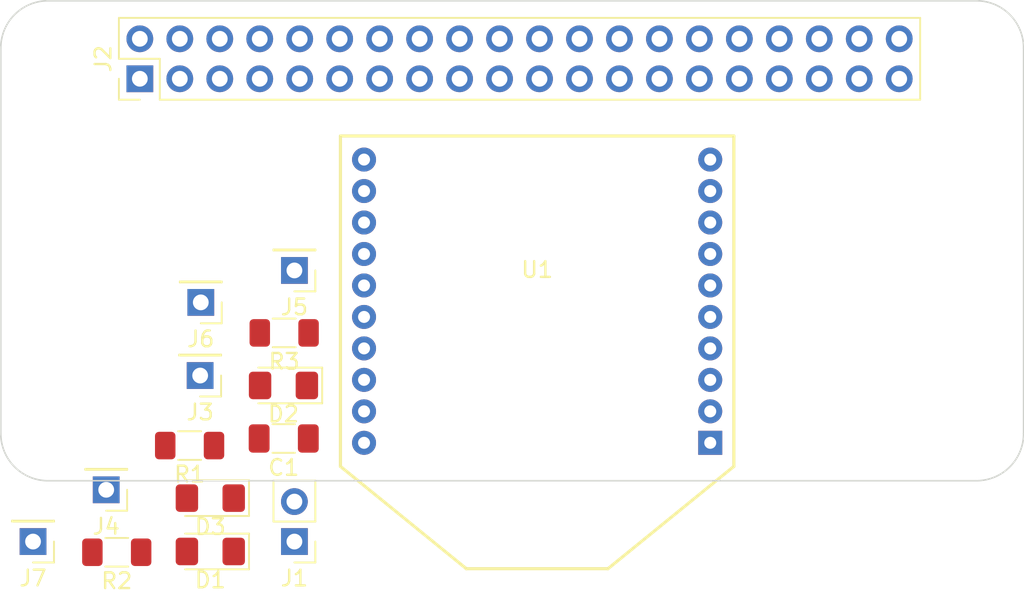
<source format=kicad_pcb>
(kicad_pcb (version 20171130) (host pcbnew 5.1.5+dfsg1-2build2)

  (general
    (thickness 1.6)
    (drawings 17)
    (tracks 0)
    (zones 0)
    (modules 19)
    (nets 17)
  )

  (page A4)
  (layers
    (0 F.Cu signal)
    (31 B.Cu signal)
    (34 B.Paste user)
    (35 F.Paste user)
    (36 B.SilkS user)
    (37 F.SilkS user)
    (38 B.Mask user)
    (39 F.Mask user)
    (40 Dwgs.User user hide)
    (41 Cmts.User user hide)
    (44 Edge.Cuts user)
    (48 B.Fab user hide)
    (49 F.Fab user hide)
  )

  (setup
    (last_trace_width 0.25)
    (user_trace_width 0.01)
    (user_trace_width 0.02)
    (user_trace_width 0.05)
    (user_trace_width 0.1)
    (user_trace_width 0.2)
    (trace_clearance 0.2)
    (zone_clearance 0.508)
    (zone_45_only no)
    (trace_min 0.01)
    (via_size 0.6)
    (via_drill 0.4)
    (via_min_size 0.4)
    (via_min_drill 0.3)
    (uvia_size 0.3)
    (uvia_drill 0.1)
    (uvias_allowed no)
    (uvia_min_size 0.2)
    (uvia_min_drill 0.1)
    (edge_width 0.1)
    (segment_width 0.2)
    (pcb_text_width 0.3)
    (pcb_text_size 1.5 1.5)
    (mod_edge_width 0.15)
    (mod_text_size 1 1)
    (mod_text_width 0.15)
    (pad_size 2.75 2.75)
    (pad_drill 2.75)
    (pad_to_mask_clearance 0)
    (aux_axis_origin 0 0)
    (visible_elements 7FFFFFFF)
    (pcbplotparams
      (layerselection 0x01330_80000001)
      (usegerberextensions false)
      (usegerberattributes false)
      (usegerberadvancedattributes false)
      (creategerberjobfile false)
      (excludeedgelayer true)
      (linewidth 0.100000)
      (plotframeref false)
      (viasonmask false)
      (mode 1)
      (useauxorigin false)
      (hpglpennumber 1)
      (hpglpenspeed 20)
      (hpglpendiameter 15.000000)
      (psnegative false)
      (psa4output false)
      (plotreference true)
      (plotvalue true)
      (plotinvisibletext false)
      (padsonsilk false)
      (subtractmaskfromsilk false)
      (outputformat 4)
      (mirror false)
      (drillshape 2)
      (scaleselection 1)
      (outputdirectory "meta/"))
  )

  (net 0 "")
  (net 1 "Net-(J2-Pad29)")
  (net 2 "Net-(J2-Pad31)")
  (net 3 "Net-(J2-Pad33)")
  (net 4 GND)
  (net 5 "Net-(C1-Pad1)")
  (net 6 "Net-(D1-Pad2)")
  (net 7 "Net-(D2-Pad2)")
  (net 8 "Net-(D3-Pad2)")
  (net 9 VDD)
  (net 10 /~SLEEP)
  (net 11 /SLEEP_REQ)
  (net 12 /RSSI_PWM)
  (net 13 /ASSOCIATE)
  (net 14 /~RESET)
  (net 15 /DOUT)
  (net 16 /DIN)

  (net_class Default "This is the default net class."
    (clearance 0.2)
    (trace_width 0.25)
    (via_dia 0.6)
    (via_drill 0.4)
    (uvia_dia 0.3)
    (uvia_drill 0.1)
    (add_net /ASSOCIATE)
    (add_net /DIN)
    (add_net /DOUT)
    (add_net /RSSI_PWM)
    (add_net /SLEEP_REQ)
    (add_net /~RESET)
    (add_net /~SLEEP)
    (add_net GND)
    (add_net "Net-(C1-Pad1)")
    (add_net "Net-(D1-Pad2)")
    (add_net "Net-(D2-Pad2)")
    (add_net "Net-(D3-Pad2)")
    (add_net "Net-(J2-Pad17)")
    (add_net "Net-(J2-Pad18)")
    (add_net "Net-(J2-Pad19)")
    (add_net "Net-(J2-Pad2)")
    (add_net "Net-(J2-Pad21)")
    (add_net "Net-(J2-Pad22)")
    (add_net "Net-(J2-Pad23)")
    (add_net "Net-(J2-Pad24)")
    (add_net "Net-(J2-Pad26)")
    (add_net "Net-(J2-Pad27)")
    (add_net "Net-(J2-Pad28)")
    (add_net "Net-(J2-Pad29)")
    (add_net "Net-(J2-Pad3)")
    (add_net "Net-(J2-Pad31)")
    (add_net "Net-(J2-Pad32)")
    (add_net "Net-(J2-Pad33)")
    (add_net "Net-(J2-Pad35)")
    (add_net "Net-(J2-Pad36)")
    (add_net "Net-(J2-Pad37)")
    (add_net "Net-(J2-Pad38)")
    (add_net "Net-(J2-Pad4)")
    (add_net "Net-(J2-Pad5)")
    (add_net "Net-(J2-Pad7)")
    (add_net "Net-(U1-Pad11)")
    (add_net "Net-(U1-Pad12)")
    (add_net "Net-(U1-Pad14)")
    (add_net "Net-(U1-Pad16)")
    (add_net "Net-(U1-Pad4)")
    (add_net "Net-(U1-Pad7)")
    (add_net "Net-(U1-Pad8)")
    (add_net VDD)
  )

  (module Connector_PinHeader_2.54mm:PinHeader_2x20_P2.54mm_Vertical (layer F.Cu) (tedit 59FED5CC) (tstamp 61B33FB4)
    (at 21.336 28.956 90)
    (descr "Through hole straight pin header, 2x20, 2.54mm pitch, double rows")
    (tags "Through hole pin header THT 2x20 2.54mm double row")
    (path /5516AE26)
    (fp_text reference J2 (at 1.27 -2.33 90) (layer F.SilkS)
      (effects (font (size 1 1) (thickness 0.15)))
    )
    (fp_text value RPi_GPIO (at 1.27 50.59 90) (layer F.Fab)
      (effects (font (size 1 1) (thickness 0.15)))
    )
    (fp_text user %R (at 1.27 24.13) (layer F.Fab)
      (effects (font (size 1 1) (thickness 0.15)))
    )
    (fp_line (start 4.35 -1.8) (end -1.8 -1.8) (layer F.CrtYd) (width 0.05))
    (fp_line (start 4.35 50.05) (end 4.35 -1.8) (layer F.CrtYd) (width 0.05))
    (fp_line (start -1.8 50.05) (end 4.35 50.05) (layer F.CrtYd) (width 0.05))
    (fp_line (start -1.8 -1.8) (end -1.8 50.05) (layer F.CrtYd) (width 0.05))
    (fp_line (start -1.33 -1.33) (end 0 -1.33) (layer F.SilkS) (width 0.12))
    (fp_line (start -1.33 0) (end -1.33 -1.33) (layer F.SilkS) (width 0.12))
    (fp_line (start 1.27 -1.33) (end 3.87 -1.33) (layer F.SilkS) (width 0.12))
    (fp_line (start 1.27 1.27) (end 1.27 -1.33) (layer F.SilkS) (width 0.12))
    (fp_line (start -1.33 1.27) (end 1.27 1.27) (layer F.SilkS) (width 0.12))
    (fp_line (start 3.87 -1.33) (end 3.87 49.59) (layer F.SilkS) (width 0.12))
    (fp_line (start -1.33 1.27) (end -1.33 49.59) (layer F.SilkS) (width 0.12))
    (fp_line (start -1.33 49.59) (end 3.87 49.59) (layer F.SilkS) (width 0.12))
    (fp_line (start -1.27 0) (end 0 -1.27) (layer F.Fab) (width 0.1))
    (fp_line (start -1.27 49.53) (end -1.27 0) (layer F.Fab) (width 0.1))
    (fp_line (start 3.81 49.53) (end -1.27 49.53) (layer F.Fab) (width 0.1))
    (fp_line (start 3.81 -1.27) (end 3.81 49.53) (layer F.Fab) (width 0.1))
    (fp_line (start 0 -1.27) (end 3.81 -1.27) (layer F.Fab) (width 0.1))
    (pad 40 thru_hole oval (at 2.54 48.26 90) (size 1.7 1.7) (drill 1) (layers *.Cu *.Mask)
      (net 4 GND))
    (pad 39 thru_hole oval (at 0 48.26 90) (size 1.7 1.7) (drill 1) (layers *.Cu *.Mask)
      (net 4 GND))
    (pad 38 thru_hole oval (at 2.54 45.72 90) (size 1.7 1.7) (drill 1) (layers *.Cu *.Mask))
    (pad 37 thru_hole oval (at 0 45.72 90) (size 1.7 1.7) (drill 1) (layers *.Cu *.Mask))
    (pad 36 thru_hole oval (at 2.54 43.18 90) (size 1.7 1.7) (drill 1) (layers *.Cu *.Mask))
    (pad 35 thru_hole oval (at 0 43.18 90) (size 1.7 1.7) (drill 1) (layers *.Cu *.Mask))
    (pad 34 thru_hole oval (at 2.54 40.64 90) (size 1.7 1.7) (drill 1) (layers *.Cu *.Mask)
      (net 4 GND))
    (pad 33 thru_hole oval (at 0 40.64 90) (size 1.7 1.7) (drill 1) (layers *.Cu *.Mask)
      (net 3 "Net-(J2-Pad33)"))
    (pad 32 thru_hole oval (at 2.54 38.1 90) (size 1.7 1.7) (drill 1) (layers *.Cu *.Mask))
    (pad 31 thru_hole oval (at 0 38.1 90) (size 1.7 1.7) (drill 1) (layers *.Cu *.Mask)
      (net 2 "Net-(J2-Pad31)"))
    (pad 30 thru_hole oval (at 2.54 35.56 90) (size 1.7 1.7) (drill 1) (layers *.Cu *.Mask)
      (net 4 GND))
    (pad 29 thru_hole oval (at 0 35.56 90) (size 1.7 1.7) (drill 1) (layers *.Cu *.Mask)
      (net 1 "Net-(J2-Pad29)"))
    (pad 28 thru_hole oval (at 2.54 33.02 90) (size 1.7 1.7) (drill 1) (layers *.Cu *.Mask))
    (pad 27 thru_hole oval (at 0 33.02 90) (size 1.7 1.7) (drill 1) (layers *.Cu *.Mask))
    (pad 26 thru_hole oval (at 2.54 30.48 90) (size 1.7 1.7) (drill 1) (layers *.Cu *.Mask))
    (pad 25 thru_hole oval (at 0 30.48 90) (size 1.7 1.7) (drill 1) (layers *.Cu *.Mask)
      (net 4 GND))
    (pad 24 thru_hole oval (at 2.54 27.94 90) (size 1.7 1.7) (drill 1) (layers *.Cu *.Mask))
    (pad 23 thru_hole oval (at 0 27.94 90) (size 1.7 1.7) (drill 1) (layers *.Cu *.Mask))
    (pad 22 thru_hole oval (at 2.54 25.4 90) (size 1.7 1.7) (drill 1) (layers *.Cu *.Mask))
    (pad 21 thru_hole oval (at 0 25.4 90) (size 1.7 1.7) (drill 1) (layers *.Cu *.Mask))
    (pad 20 thru_hole oval (at 2.54 22.86 90) (size 1.7 1.7) (drill 1) (layers *.Cu *.Mask)
      (net 4 GND))
    (pad 19 thru_hole oval (at 0 22.86 90) (size 1.7 1.7) (drill 1) (layers *.Cu *.Mask))
    (pad 18 thru_hole oval (at 2.54 20.32 90) (size 1.7 1.7) (drill 1) (layers *.Cu *.Mask))
    (pad 17 thru_hole oval (at 0 20.32 90) (size 1.7 1.7) (drill 1) (layers *.Cu *.Mask))
    (pad 16 thru_hole oval (at 2.54 17.78 90) (size 1.7 1.7) (drill 1) (layers *.Cu *.Mask)
      (net 13 /ASSOCIATE))
    (pad 15 thru_hole oval (at 0 17.78 90) (size 1.7 1.7) (drill 1) (layers *.Cu *.Mask)
      (net 14 /~RESET))
    (pad 14 thru_hole oval (at 2.54 15.24 90) (size 1.7 1.7) (drill 1) (layers *.Cu *.Mask)
      (net 4 GND))
    (pad 13 thru_hole oval (at 0 15.24 90) (size 1.7 1.7) (drill 1) (layers *.Cu *.Mask)
      (net 10 /~SLEEP))
    (pad 12 thru_hole oval (at 2.54 12.7 90) (size 1.7 1.7) (drill 1) (layers *.Cu *.Mask)
      (net 12 /RSSI_PWM))
    (pad 11 thru_hole oval (at 0 12.7 90) (size 1.7 1.7) (drill 1) (layers *.Cu *.Mask)
      (net 11 /SLEEP_REQ))
    (pad 10 thru_hole oval (at 2.54 10.16 90) (size 1.7 1.7) (drill 1) (layers *.Cu *.Mask)
      (net 15 /DOUT))
    (pad 9 thru_hole oval (at 0 10.16 90) (size 1.7 1.7) (drill 1) (layers *.Cu *.Mask)
      (net 4 GND))
    (pad 8 thru_hole oval (at 2.54 7.62 90) (size 1.7 1.7) (drill 1) (layers *.Cu *.Mask)
      (net 16 /DIN))
    (pad 7 thru_hole oval (at 0 7.62 90) (size 1.7 1.7) (drill 1) (layers *.Cu *.Mask))
    (pad 6 thru_hole oval (at 2.54 5.08 90) (size 1.7 1.7) (drill 1) (layers *.Cu *.Mask)
      (net 4 GND))
    (pad 5 thru_hole oval (at 0 5.08 90) (size 1.7 1.7) (drill 1) (layers *.Cu *.Mask))
    (pad 4 thru_hole oval (at 2.54 2.54 90) (size 1.7 1.7) (drill 1) (layers *.Cu *.Mask))
    (pad 3 thru_hole oval (at 0 2.54 90) (size 1.7 1.7) (drill 1) (layers *.Cu *.Mask))
    (pad 2 thru_hole oval (at 2.54 0 90) (size 1.7 1.7) (drill 1) (layers *.Cu *.Mask))
    (pad 1 thru_hole rect (at 0 0 90) (size 1.7 1.7) (drill 1) (layers *.Cu *.Mask)
      (net 9 VDD))
    (model ${KISYS3DMOD}/Connector_PinHeader_2.54mm.3dshapes/PinHeader_2x20_P2.54mm_Vertical.wrl
      (at (xyz 0 0 0))
      (scale (xyz 1 1 1))
      (rotate (xyz 0 0 0))
    )
  )

  (module Insa:Xbee3 (layer F.Cu) (tedit 5D67DB32) (tstamp 61B33492)
    (at 46.585 46.091 180)
    (path /61B342D4)
    (fp_text reference U1 (at 0 5) (layer F.SilkS)
      (effects (font (size 1 1) (thickness 0.15)))
    )
    (fp_text value XBee3 (at 0 6.5) (layer F.Fab)
      (effects (font (size 1 1) (thickness 0.15)))
    )
    (fp_line (start -12.5 -7.5) (end -4.5 -14) (layer F.CrtYd) (width 0.2))
    (fp_line (start -12.5 13.5) (end -12.5 -7.5) (layer F.CrtYd) (width 0.2))
    (fp_line (start 12.5 13.5) (end -12.5 13.5) (layer F.CrtYd) (width 0.2))
    (fp_line (start 12.5 -7.5) (end 12.5 13.5) (layer F.CrtYd) (width 0.2))
    (fp_line (start 4.5 -14) (end 12.5 -7.5) (layer F.CrtYd) (width 0.2))
    (fp_line (start -4.5 -14) (end 4.5 -14) (layer F.CrtYd) (width 0.2))
    (fp_line (start -12.5 -7.5) (end -4.5 -14) (layer F.SilkS) (width 0.2))
    (fp_line (start 4.5 -14) (end 12.5 -7.5) (layer F.SilkS) (width 0.2))
    (fp_line (start -4.5 -14) (end 4.5 -14) (layer F.SilkS) (width 0.2))
    (fp_line (start -12.5 13.5) (end -12.5 -7.5) (layer F.SilkS) (width 0.2))
    (fp_line (start 12.5 13.5) (end 12.5 -7.5) (layer F.SilkS) (width 0.2))
    (fp_line (start -12.5 13.5) (end 12.5 13.5) (layer F.SilkS) (width 0.2))
    (pad 10 thru_hole circle (at -11 12 180) (size 1.524 1.524) (drill 0.762) (layers *.Cu *.Mask)
      (net 4 GND))
    (pad 9 thru_hole circle (at -11 10 180) (size 1.524 1.524) (drill 0.762) (layers *.Cu *.Mask)
      (net 11 /SLEEP_REQ))
    (pad 8 thru_hole circle (at -11 8 180) (size 1.524 1.524) (drill 0.762) (layers *.Cu *.Mask))
    (pad 7 thru_hole circle (at -11 6 180) (size 1.524 1.524) (drill 0.762) (layers *.Cu *.Mask))
    (pad 6 thru_hole circle (at -11 4 180) (size 1.524 1.524) (drill 0.762) (layers *.Cu *.Mask)
      (net 12 /RSSI_PWM))
    (pad 5 thru_hole circle (at -11 2 180) (size 1.524 1.524) (drill 0.762) (layers *.Cu *.Mask)
      (net 14 /~RESET))
    (pad 11 thru_hole circle (at 11 12 180) (size 1.524 1.524) (drill 0.762) (layers *.Cu *.Mask))
    (pad 12 thru_hole circle (at 11 10 180) (size 1.524 1.524) (drill 0.762) (layers *.Cu *.Mask))
    (pad 13 thru_hole circle (at 11 8 180) (size 1.524 1.524) (drill 0.762) (layers *.Cu *.Mask)
      (net 10 /~SLEEP))
    (pad 14 thru_hole circle (at 11 6 180) (size 1.524 1.524) (drill 0.762) (layers *.Cu *.Mask))
    (pad 15 thru_hole circle (at 11 4 180) (size 1.524 1.524) (drill 0.762) (layers *.Cu *.Mask)
      (net 13 /ASSOCIATE))
    (pad 16 thru_hole circle (at 11 2 180) (size 1.524 1.524) (drill 0.762) (layers *.Cu *.Mask))
    (pad 20 thru_hole circle (at 11 -6 180) (size 1.524 1.524) (drill 0.762) (layers *.Cu *.Mask)
      (net 4 GND))
    (pad 19 thru_hole circle (at 11 -4 180) (size 1.524 1.524) (drill 0.762) (layers *.Cu *.Mask)
      (net 4 GND))
    (pad 18 thru_hole circle (at 11 -2 180) (size 1.524 1.524) (drill 0.762) (layers *.Cu *.Mask)
      (net 4 GND))
    (pad 1 thru_hole rect (at -11 -6 180) (size 1.524 1.524) (drill 0.762) (layers *.Cu *.Mask)
      (net 5 "Net-(C1-Pad1)"))
    (pad 2 thru_hole circle (at -11 -4 180) (size 1.524 1.524) (drill 0.762) (layers *.Cu *.Mask)
      (net 15 /DOUT))
    (pad 3 thru_hole circle (at -11 -2 180) (size 1.524 1.524) (drill 0.762) (layers *.Cu *.Mask)
      (net 16 /DIN))
    (pad 17 thru_hole circle (at 11 0 180) (size 1.524 1.524) (drill 0.762) (layers *.Cu *.Mask)
      (net 4 GND))
    (pad 4 thru_hole circle (at -11 0 180) (size 1.524 1.524) (drill 0.762) (layers *.Cu *.Mask))
  )

  (module Resistor_SMD:R_1206_3216Metric_Pad1.30x1.75mm_HandSolder (layer F.Cu) (tedit 5F68FEEE) (tstamp 61B3346E)
    (at 30.51 45.106 180)
    (descr "Resistor SMD 1206 (3216 Metric), square (rectangular) end terminal, IPC_7351 nominal with elongated pad for handsoldering. (Body size source: IPC-SM-782 page 72, https://www.pcb-3d.com/wordpress/wp-content/uploads/ipc-sm-782a_amendment_1_and_2.pdf), generated with kicad-footprint-generator")
    (tags "resistor handsolder")
    (path /61B7CD3C)
    (attr smd)
    (fp_text reference R3 (at 0 -1.82) (layer F.SilkS)
      (effects (font (size 1 1) (thickness 0.15)))
    )
    (fp_text value R (at 0 1.82) (layer F.Fab)
      (effects (font (size 1 1) (thickness 0.15)))
    )
    (fp_text user %R (at 0 0) (layer F.Fab)
      (effects (font (size 0.8 0.8) (thickness 0.12)))
    )
    (fp_line (start 2.45 1.12) (end -2.45 1.12) (layer F.CrtYd) (width 0.05))
    (fp_line (start 2.45 -1.12) (end 2.45 1.12) (layer F.CrtYd) (width 0.05))
    (fp_line (start -2.45 -1.12) (end 2.45 -1.12) (layer F.CrtYd) (width 0.05))
    (fp_line (start -2.45 1.12) (end -2.45 -1.12) (layer F.CrtYd) (width 0.05))
    (fp_line (start -0.727064 0.91) (end 0.727064 0.91) (layer F.SilkS) (width 0.12))
    (fp_line (start -0.727064 -0.91) (end 0.727064 -0.91) (layer F.SilkS) (width 0.12))
    (fp_line (start 1.6 0.8) (end -1.6 0.8) (layer F.Fab) (width 0.1))
    (fp_line (start 1.6 -0.8) (end 1.6 0.8) (layer F.Fab) (width 0.1))
    (fp_line (start -1.6 -0.8) (end 1.6 -0.8) (layer F.Fab) (width 0.1))
    (fp_line (start -1.6 0.8) (end -1.6 -0.8) (layer F.Fab) (width 0.1))
    (pad 2 smd roundrect (at 1.55 0 180) (size 1.3 1.75) (layers F.Cu F.Paste F.Mask) (roundrect_rratio 0.192308)
      (net 8 "Net-(D3-Pad2)"))
    (pad 1 smd roundrect (at -1.55 0 180) (size 1.3 1.75) (layers F.Cu F.Paste F.Mask) (roundrect_rratio 0.192308)
      (net 3 "Net-(J2-Pad33)"))
    (model ${KISYS3DMOD}/Resistor_SMD.3dshapes/R_1206_3216Metric.wrl
      (at (xyz 0 0 0))
      (scale (xyz 1 1 1))
      (rotate (xyz 0 0 0))
    )
  )

  (module Resistor_SMD:R_1206_3216Metric_Pad1.30x1.75mm_HandSolder (layer F.Cu) (tedit 5F68FEEE) (tstamp 61B3345D)
    (at 19.87 59.046 180)
    (descr "Resistor SMD 1206 (3216 Metric), square (rectangular) end terminal, IPC_7351 nominal with elongated pad for handsoldering. (Body size source: IPC-SM-782 page 72, https://www.pcb-3d.com/wordpress/wp-content/uploads/ipc-sm-782a_amendment_1_and_2.pdf), generated with kicad-footprint-generator")
    (tags "resistor handsolder")
    (path /61B7BE20)
    (attr smd)
    (fp_text reference R2 (at 0 -1.82) (layer F.SilkS)
      (effects (font (size 1 1) (thickness 0.15)))
    )
    (fp_text value R (at 0 1.82) (layer F.Fab)
      (effects (font (size 1 1) (thickness 0.15)))
    )
    (fp_text user %R (at 0 0) (layer F.Fab)
      (effects (font (size 0.8 0.8) (thickness 0.12)))
    )
    (fp_line (start 2.45 1.12) (end -2.45 1.12) (layer F.CrtYd) (width 0.05))
    (fp_line (start 2.45 -1.12) (end 2.45 1.12) (layer F.CrtYd) (width 0.05))
    (fp_line (start -2.45 -1.12) (end 2.45 -1.12) (layer F.CrtYd) (width 0.05))
    (fp_line (start -2.45 1.12) (end -2.45 -1.12) (layer F.CrtYd) (width 0.05))
    (fp_line (start -0.727064 0.91) (end 0.727064 0.91) (layer F.SilkS) (width 0.12))
    (fp_line (start -0.727064 -0.91) (end 0.727064 -0.91) (layer F.SilkS) (width 0.12))
    (fp_line (start 1.6 0.8) (end -1.6 0.8) (layer F.Fab) (width 0.1))
    (fp_line (start 1.6 -0.8) (end 1.6 0.8) (layer F.Fab) (width 0.1))
    (fp_line (start -1.6 -0.8) (end 1.6 -0.8) (layer F.Fab) (width 0.1))
    (fp_line (start -1.6 0.8) (end -1.6 -0.8) (layer F.Fab) (width 0.1))
    (pad 2 smd roundrect (at 1.55 0 180) (size 1.3 1.75) (layers F.Cu F.Paste F.Mask) (roundrect_rratio 0.192308)
      (net 7 "Net-(D2-Pad2)"))
    (pad 1 smd roundrect (at -1.55 0 180) (size 1.3 1.75) (layers F.Cu F.Paste F.Mask) (roundrect_rratio 0.192308)
      (net 2 "Net-(J2-Pad31)"))
    (model ${KISYS3DMOD}/Resistor_SMD.3dshapes/R_1206_3216Metric.wrl
      (at (xyz 0 0 0))
      (scale (xyz 1 1 1))
      (rotate (xyz 0 0 0))
    )
  )

  (module Resistor_SMD:R_1206_3216Metric_Pad1.30x1.75mm_HandSolder (layer F.Cu) (tedit 5F68FEEE) (tstamp 61B3344C)
    (at 24.5 52.266 180)
    (descr "Resistor SMD 1206 (3216 Metric), square (rectangular) end terminal, IPC_7351 nominal with elongated pad for handsoldering. (Body size source: IPC-SM-782 page 72, https://www.pcb-3d.com/wordpress/wp-content/uploads/ipc-sm-782a_amendment_1_and_2.pdf), generated with kicad-footprint-generator")
    (tags "resistor handsolder")
    (path /61B53DEB)
    (attr smd)
    (fp_text reference R1 (at 0 -1.82) (layer F.SilkS)
      (effects (font (size 1 1) (thickness 0.15)))
    )
    (fp_text value R (at 0 1.82) (layer F.Fab)
      (effects (font (size 1 1) (thickness 0.15)))
    )
    (fp_text user %R (at 0 0) (layer F.Fab)
      (effects (font (size 0.8 0.8) (thickness 0.12)))
    )
    (fp_line (start 2.45 1.12) (end -2.45 1.12) (layer F.CrtYd) (width 0.05))
    (fp_line (start 2.45 -1.12) (end 2.45 1.12) (layer F.CrtYd) (width 0.05))
    (fp_line (start -2.45 -1.12) (end 2.45 -1.12) (layer F.CrtYd) (width 0.05))
    (fp_line (start -2.45 1.12) (end -2.45 -1.12) (layer F.CrtYd) (width 0.05))
    (fp_line (start -0.727064 0.91) (end 0.727064 0.91) (layer F.SilkS) (width 0.12))
    (fp_line (start -0.727064 -0.91) (end 0.727064 -0.91) (layer F.SilkS) (width 0.12))
    (fp_line (start 1.6 0.8) (end -1.6 0.8) (layer F.Fab) (width 0.1))
    (fp_line (start 1.6 -0.8) (end 1.6 0.8) (layer F.Fab) (width 0.1))
    (fp_line (start -1.6 -0.8) (end 1.6 -0.8) (layer F.Fab) (width 0.1))
    (fp_line (start -1.6 0.8) (end -1.6 -0.8) (layer F.Fab) (width 0.1))
    (pad 2 smd roundrect (at 1.55 0 180) (size 1.3 1.75) (layers F.Cu F.Paste F.Mask) (roundrect_rratio 0.192308)
      (net 6 "Net-(D1-Pad2)"))
    (pad 1 smd roundrect (at -1.55 0 180) (size 1.3 1.75) (layers F.Cu F.Paste F.Mask) (roundrect_rratio 0.192308)
      (net 1 "Net-(J2-Pad29)"))
    (model ${KISYS3DMOD}/Resistor_SMD.3dshapes/R_1206_3216Metric.wrl
      (at (xyz 0 0 0))
      (scale (xyz 1 1 1))
      (rotate (xyz 0 0 0))
    )
  )

  (module Connector_PinHeader_2.54mm:PinHeader_1x01_P2.54mm_Vertical (layer F.Cu) (tedit 59FED5CC) (tstamp 61B3343B)
    (at 14.55 58.366 180)
    (descr "Through hole straight pin header, 1x01, 2.54mm pitch, single row")
    (tags "Through hole pin header THT 1x01 2.54mm single row")
    (path /61B9D437)
    (fp_text reference J7 (at 0 -2.33) (layer F.SilkS)
      (effects (font (size 1 1) (thickness 0.15)))
    )
    (fp_text value Conn_01x01 (at 0 2.33) (layer F.Fab)
      (effects (font (size 1 1) (thickness 0.15)))
    )
    (fp_text user %R (at 0 0 90) (layer F.Fab)
      (effects (font (size 1 1) (thickness 0.15)))
    )
    (fp_line (start 1.8 -1.8) (end -1.8 -1.8) (layer F.CrtYd) (width 0.05))
    (fp_line (start 1.8 1.8) (end 1.8 -1.8) (layer F.CrtYd) (width 0.05))
    (fp_line (start -1.8 1.8) (end 1.8 1.8) (layer F.CrtYd) (width 0.05))
    (fp_line (start -1.8 -1.8) (end -1.8 1.8) (layer F.CrtYd) (width 0.05))
    (fp_line (start -1.33 -1.33) (end 0 -1.33) (layer F.SilkS) (width 0.12))
    (fp_line (start -1.33 0) (end -1.33 -1.33) (layer F.SilkS) (width 0.12))
    (fp_line (start -1.33 1.27) (end 1.33 1.27) (layer F.SilkS) (width 0.12))
    (fp_line (start 1.33 1.27) (end 1.33 1.33) (layer F.SilkS) (width 0.12))
    (fp_line (start -1.33 1.27) (end -1.33 1.33) (layer F.SilkS) (width 0.12))
    (fp_line (start -1.33 1.33) (end 1.33 1.33) (layer F.SilkS) (width 0.12))
    (fp_line (start -1.27 -0.635) (end -0.635 -1.27) (layer F.Fab) (width 0.1))
    (fp_line (start -1.27 1.27) (end -1.27 -0.635) (layer F.Fab) (width 0.1))
    (fp_line (start 1.27 1.27) (end -1.27 1.27) (layer F.Fab) (width 0.1))
    (fp_line (start 1.27 -1.27) (end 1.27 1.27) (layer F.Fab) (width 0.1))
    (fp_line (start -0.635 -1.27) (end 1.27 -1.27) (layer F.Fab) (width 0.1))
    (pad 1 thru_hole rect (at 0 0 180) (size 1.7 1.7) (drill 1) (layers *.Cu *.Mask)
      (net 14 /~RESET))
    (model ${KISYS3DMOD}/Connector_PinHeader_2.54mm.3dshapes/PinHeader_1x01_P2.54mm_Vertical.wrl
      (at (xyz 0 0 0))
      (scale (xyz 1 1 1))
      (rotate (xyz 0 0 0))
    )
  )

  (module Connector_PinHeader_2.54mm:PinHeader_1x01_P2.54mm_Vertical (layer F.Cu) (tedit 59FED5CC) (tstamp 61B33426)
    (at 25.21 43.166 180)
    (descr "Through hole straight pin header, 1x01, 2.54mm pitch, single row")
    (tags "Through hole pin header THT 1x01 2.54mm single row")
    (path /61B9BE07)
    (fp_text reference J6 (at 0 -2.33) (layer F.SilkS)
      (effects (font (size 1 1) (thickness 0.15)))
    )
    (fp_text value Conn_01x01 (at 0 2.33) (layer F.Fab)
      (effects (font (size 1 1) (thickness 0.15)))
    )
    (fp_text user %R (at 0 0 90) (layer F.Fab)
      (effects (font (size 1 1) (thickness 0.15)))
    )
    (fp_line (start 1.8 -1.8) (end -1.8 -1.8) (layer F.CrtYd) (width 0.05))
    (fp_line (start 1.8 1.8) (end 1.8 -1.8) (layer F.CrtYd) (width 0.05))
    (fp_line (start -1.8 1.8) (end 1.8 1.8) (layer F.CrtYd) (width 0.05))
    (fp_line (start -1.8 -1.8) (end -1.8 1.8) (layer F.CrtYd) (width 0.05))
    (fp_line (start -1.33 -1.33) (end 0 -1.33) (layer F.SilkS) (width 0.12))
    (fp_line (start -1.33 0) (end -1.33 -1.33) (layer F.SilkS) (width 0.12))
    (fp_line (start -1.33 1.27) (end 1.33 1.27) (layer F.SilkS) (width 0.12))
    (fp_line (start 1.33 1.27) (end 1.33 1.33) (layer F.SilkS) (width 0.12))
    (fp_line (start -1.33 1.27) (end -1.33 1.33) (layer F.SilkS) (width 0.12))
    (fp_line (start -1.33 1.33) (end 1.33 1.33) (layer F.SilkS) (width 0.12))
    (fp_line (start -1.27 -0.635) (end -0.635 -1.27) (layer F.Fab) (width 0.1))
    (fp_line (start -1.27 1.27) (end -1.27 -0.635) (layer F.Fab) (width 0.1))
    (fp_line (start 1.27 1.27) (end -1.27 1.27) (layer F.Fab) (width 0.1))
    (fp_line (start 1.27 -1.27) (end 1.27 1.27) (layer F.Fab) (width 0.1))
    (fp_line (start -0.635 -1.27) (end 1.27 -1.27) (layer F.Fab) (width 0.1))
    (pad 1 thru_hole rect (at 0 0 180) (size 1.7 1.7) (drill 1) (layers *.Cu *.Mask)
      (net 13 /ASSOCIATE))
    (model ${KISYS3DMOD}/Connector_PinHeader_2.54mm.3dshapes/PinHeader_1x01_P2.54mm_Vertical.wrl
      (at (xyz 0 0 0))
      (scale (xyz 1 1 1))
      (rotate (xyz 0 0 0))
    )
  )

  (module Connector_PinHeader_2.54mm:PinHeader_1x01_P2.54mm_Vertical (layer F.Cu) (tedit 59FED5CC) (tstamp 61B33411)
    (at 31.16 41.136 180)
    (descr "Through hole straight pin header, 1x01, 2.54mm pitch, single row")
    (tags "Through hole pin header THT 1x01 2.54mm single row")
    (path /61B9A695)
    (fp_text reference J5 (at 0 -2.33) (layer F.SilkS)
      (effects (font (size 1 1) (thickness 0.15)))
    )
    (fp_text value Conn_01x01 (at 0 2.33) (layer F.Fab)
      (effects (font (size 1 1) (thickness 0.15)))
    )
    (fp_text user %R (at 0 0 90) (layer F.Fab)
      (effects (font (size 1 1) (thickness 0.15)))
    )
    (fp_line (start 1.8 -1.8) (end -1.8 -1.8) (layer F.CrtYd) (width 0.05))
    (fp_line (start 1.8 1.8) (end 1.8 -1.8) (layer F.CrtYd) (width 0.05))
    (fp_line (start -1.8 1.8) (end 1.8 1.8) (layer F.CrtYd) (width 0.05))
    (fp_line (start -1.8 -1.8) (end -1.8 1.8) (layer F.CrtYd) (width 0.05))
    (fp_line (start -1.33 -1.33) (end 0 -1.33) (layer F.SilkS) (width 0.12))
    (fp_line (start -1.33 0) (end -1.33 -1.33) (layer F.SilkS) (width 0.12))
    (fp_line (start -1.33 1.27) (end 1.33 1.27) (layer F.SilkS) (width 0.12))
    (fp_line (start 1.33 1.27) (end 1.33 1.33) (layer F.SilkS) (width 0.12))
    (fp_line (start -1.33 1.27) (end -1.33 1.33) (layer F.SilkS) (width 0.12))
    (fp_line (start -1.33 1.33) (end 1.33 1.33) (layer F.SilkS) (width 0.12))
    (fp_line (start -1.27 -0.635) (end -0.635 -1.27) (layer F.Fab) (width 0.1))
    (fp_line (start -1.27 1.27) (end -1.27 -0.635) (layer F.Fab) (width 0.1))
    (fp_line (start 1.27 1.27) (end -1.27 1.27) (layer F.Fab) (width 0.1))
    (fp_line (start 1.27 -1.27) (end 1.27 1.27) (layer F.Fab) (width 0.1))
    (fp_line (start -0.635 -1.27) (end 1.27 -1.27) (layer F.Fab) (width 0.1))
    (pad 1 thru_hole rect (at 0 0 180) (size 1.7 1.7) (drill 1) (layers *.Cu *.Mask)
      (net 12 /RSSI_PWM))
    (model ${KISYS3DMOD}/Connector_PinHeader_2.54mm.3dshapes/PinHeader_1x01_P2.54mm_Vertical.wrl
      (at (xyz 0 0 0))
      (scale (xyz 1 1 1))
      (rotate (xyz 0 0 0))
    )
  )

  (module Connector_PinHeader_2.54mm:PinHeader_1x01_P2.54mm_Vertical (layer F.Cu) (tedit 59FED5CC) (tstamp 61B333FC)
    (at 19.2 55.076 180)
    (descr "Through hole straight pin header, 1x01, 2.54mm pitch, single row")
    (tags "Through hole pin header THT 1x01 2.54mm single row")
    (path /61B9900B)
    (fp_text reference J4 (at 0 -2.33) (layer F.SilkS)
      (effects (font (size 1 1) (thickness 0.15)))
    )
    (fp_text value Conn_01x01 (at 0 2.33) (layer F.Fab)
      (effects (font (size 1 1) (thickness 0.15)))
    )
    (fp_text user %R (at 0 0 90) (layer F.Fab)
      (effects (font (size 1 1) (thickness 0.15)))
    )
    (fp_line (start 1.8 -1.8) (end -1.8 -1.8) (layer F.CrtYd) (width 0.05))
    (fp_line (start 1.8 1.8) (end 1.8 -1.8) (layer F.CrtYd) (width 0.05))
    (fp_line (start -1.8 1.8) (end 1.8 1.8) (layer F.CrtYd) (width 0.05))
    (fp_line (start -1.8 -1.8) (end -1.8 1.8) (layer F.CrtYd) (width 0.05))
    (fp_line (start -1.33 -1.33) (end 0 -1.33) (layer F.SilkS) (width 0.12))
    (fp_line (start -1.33 0) (end -1.33 -1.33) (layer F.SilkS) (width 0.12))
    (fp_line (start -1.33 1.27) (end 1.33 1.27) (layer F.SilkS) (width 0.12))
    (fp_line (start 1.33 1.27) (end 1.33 1.33) (layer F.SilkS) (width 0.12))
    (fp_line (start -1.33 1.27) (end -1.33 1.33) (layer F.SilkS) (width 0.12))
    (fp_line (start -1.33 1.33) (end 1.33 1.33) (layer F.SilkS) (width 0.12))
    (fp_line (start -1.27 -0.635) (end -0.635 -1.27) (layer F.Fab) (width 0.1))
    (fp_line (start -1.27 1.27) (end -1.27 -0.635) (layer F.Fab) (width 0.1))
    (fp_line (start 1.27 1.27) (end -1.27 1.27) (layer F.Fab) (width 0.1))
    (fp_line (start 1.27 -1.27) (end 1.27 1.27) (layer F.Fab) (width 0.1))
    (fp_line (start -0.635 -1.27) (end 1.27 -1.27) (layer F.Fab) (width 0.1))
    (pad 1 thru_hole rect (at 0 0 180) (size 1.7 1.7) (drill 1) (layers *.Cu *.Mask)
      (net 11 /SLEEP_REQ))
    (model ${KISYS3DMOD}/Connector_PinHeader_2.54mm.3dshapes/PinHeader_1x01_P2.54mm_Vertical.wrl
      (at (xyz 0 0 0))
      (scale (xyz 1 1 1))
      (rotate (xyz 0 0 0))
    )
  )

  (module Connector_PinHeader_2.54mm:PinHeader_1x01_P2.54mm_Vertical (layer F.Cu) (tedit 59FED5CC) (tstamp 61B333E7)
    (at 25.17 47.816 180)
    (descr "Through hole straight pin header, 1x01, 2.54mm pitch, single row")
    (tags "Through hole pin header THT 1x01 2.54mm single row")
    (path /61B556A3)
    (fp_text reference J3 (at 0 -2.33) (layer F.SilkS)
      (effects (font (size 1 1) (thickness 0.15)))
    )
    (fp_text value Conn_01x01 (at 0 2.33) (layer F.Fab)
      (effects (font (size 1 1) (thickness 0.15)))
    )
    (fp_text user %R (at 0 0 90) (layer F.Fab)
      (effects (font (size 1 1) (thickness 0.15)))
    )
    (fp_line (start 1.8 -1.8) (end -1.8 -1.8) (layer F.CrtYd) (width 0.05))
    (fp_line (start 1.8 1.8) (end 1.8 -1.8) (layer F.CrtYd) (width 0.05))
    (fp_line (start -1.8 1.8) (end 1.8 1.8) (layer F.CrtYd) (width 0.05))
    (fp_line (start -1.8 -1.8) (end -1.8 1.8) (layer F.CrtYd) (width 0.05))
    (fp_line (start -1.33 -1.33) (end 0 -1.33) (layer F.SilkS) (width 0.12))
    (fp_line (start -1.33 0) (end -1.33 -1.33) (layer F.SilkS) (width 0.12))
    (fp_line (start -1.33 1.27) (end 1.33 1.27) (layer F.SilkS) (width 0.12))
    (fp_line (start 1.33 1.27) (end 1.33 1.33) (layer F.SilkS) (width 0.12))
    (fp_line (start -1.33 1.27) (end -1.33 1.33) (layer F.SilkS) (width 0.12))
    (fp_line (start -1.33 1.33) (end 1.33 1.33) (layer F.SilkS) (width 0.12))
    (fp_line (start -1.27 -0.635) (end -0.635 -1.27) (layer F.Fab) (width 0.1))
    (fp_line (start -1.27 1.27) (end -1.27 -0.635) (layer F.Fab) (width 0.1))
    (fp_line (start 1.27 1.27) (end -1.27 1.27) (layer F.Fab) (width 0.1))
    (fp_line (start 1.27 -1.27) (end 1.27 1.27) (layer F.Fab) (width 0.1))
    (fp_line (start -0.635 -1.27) (end 1.27 -1.27) (layer F.Fab) (width 0.1))
    (pad 1 thru_hole rect (at 0 0 180) (size 1.7 1.7) (drill 1) (layers *.Cu *.Mask)
      (net 10 /~SLEEP))
    (model ${KISYS3DMOD}/Connector_PinHeader_2.54mm.3dshapes/PinHeader_1x01_P2.54mm_Vertical.wrl
      (at (xyz 0 0 0))
      (scale (xyz 1 1 1))
      (rotate (xyz 0 0 0))
    )
  )

  (module Connector_PinHeader_2.54mm:PinHeader_1x02_P2.54mm_Vertical (layer F.Cu) (tedit 59FED5CC) (tstamp 61B333D2)
    (at 31.16 58.366 180)
    (descr "Through hole straight pin header, 1x02, 2.54mm pitch, single row")
    (tags "Through hole pin header THT 1x02 2.54mm single row")
    (path /61B5506B)
    (fp_text reference J1 (at 0 -2.33) (layer F.SilkS)
      (effects (font (size 1 1) (thickness 0.15)))
    )
    (fp_text value Conn_01x02 (at 0 4.87) (layer F.Fab)
      (effects (font (size 1 1) (thickness 0.15)))
    )
    (fp_text user %R (at 0 1.27 90) (layer F.Fab)
      (effects (font (size 1 1) (thickness 0.15)))
    )
    (fp_line (start 1.8 -1.8) (end -1.8 -1.8) (layer F.CrtYd) (width 0.05))
    (fp_line (start 1.8 4.35) (end 1.8 -1.8) (layer F.CrtYd) (width 0.05))
    (fp_line (start -1.8 4.35) (end 1.8 4.35) (layer F.CrtYd) (width 0.05))
    (fp_line (start -1.8 -1.8) (end -1.8 4.35) (layer F.CrtYd) (width 0.05))
    (fp_line (start -1.33 -1.33) (end 0 -1.33) (layer F.SilkS) (width 0.12))
    (fp_line (start -1.33 0) (end -1.33 -1.33) (layer F.SilkS) (width 0.12))
    (fp_line (start -1.33 1.27) (end 1.33 1.27) (layer F.SilkS) (width 0.12))
    (fp_line (start 1.33 1.27) (end 1.33 3.87) (layer F.SilkS) (width 0.12))
    (fp_line (start -1.33 1.27) (end -1.33 3.87) (layer F.SilkS) (width 0.12))
    (fp_line (start -1.33 3.87) (end 1.33 3.87) (layer F.SilkS) (width 0.12))
    (fp_line (start -1.27 -0.635) (end -0.635 -1.27) (layer F.Fab) (width 0.1))
    (fp_line (start -1.27 3.81) (end -1.27 -0.635) (layer F.Fab) (width 0.1))
    (fp_line (start 1.27 3.81) (end -1.27 3.81) (layer F.Fab) (width 0.1))
    (fp_line (start 1.27 -1.27) (end 1.27 3.81) (layer F.Fab) (width 0.1))
    (fp_line (start -0.635 -1.27) (end 1.27 -1.27) (layer F.Fab) (width 0.1))
    (pad 2 thru_hole oval (at 0 2.54 180) (size 1.7 1.7) (drill 1) (layers *.Cu *.Mask)
      (net 9 VDD))
    (pad 1 thru_hole rect (at 0 0 180) (size 1.7 1.7) (drill 1) (layers *.Cu *.Mask)
      (net 5 "Net-(C1-Pad1)"))
    (model ${KISYS3DMOD}/Connector_PinHeader_2.54mm.3dshapes/PinHeader_1x02_P2.54mm_Vertical.wrl
      (at (xyz 0 0 0))
      (scale (xyz 1 1 1))
      (rotate (xyz 0 0 0))
    )
  )

  (module LED_SMD:LED_1206_3216Metric_Pad1.42x1.75mm_HandSolder (layer F.Cu) (tedit 5F68FEF1) (tstamp 61B333BC)
    (at 25.815 55.606 180)
    (descr "LED SMD 1206 (3216 Metric), square (rectangular) end terminal, IPC_7351 nominal, (Body size source: http://www.tortai-tech.com/upload/download/2011102023233369053.pdf), generated with kicad-footprint-generator")
    (tags "LED handsolder")
    (path /61B7432D)
    (attr smd)
    (fp_text reference D3 (at 0 -1.82) (layer F.SilkS)
      (effects (font (size 1 1) (thickness 0.15)))
    )
    (fp_text value LED (at 0 1.82) (layer F.Fab)
      (effects (font (size 1 1) (thickness 0.15)))
    )
    (fp_text user %R (at 0 0) (layer F.Fab)
      (effects (font (size 0.8 0.8) (thickness 0.12)))
    )
    (fp_line (start 2.45 1.12) (end -2.45 1.12) (layer F.CrtYd) (width 0.05))
    (fp_line (start 2.45 -1.12) (end 2.45 1.12) (layer F.CrtYd) (width 0.05))
    (fp_line (start -2.45 -1.12) (end 2.45 -1.12) (layer F.CrtYd) (width 0.05))
    (fp_line (start -2.45 1.12) (end -2.45 -1.12) (layer F.CrtYd) (width 0.05))
    (fp_line (start -2.46 1.135) (end 1.6 1.135) (layer F.SilkS) (width 0.12))
    (fp_line (start -2.46 -1.135) (end -2.46 1.135) (layer F.SilkS) (width 0.12))
    (fp_line (start 1.6 -1.135) (end -2.46 -1.135) (layer F.SilkS) (width 0.12))
    (fp_line (start 1.6 0.8) (end 1.6 -0.8) (layer F.Fab) (width 0.1))
    (fp_line (start -1.6 0.8) (end 1.6 0.8) (layer F.Fab) (width 0.1))
    (fp_line (start -1.6 -0.4) (end -1.6 0.8) (layer F.Fab) (width 0.1))
    (fp_line (start -1.2 -0.8) (end -1.6 -0.4) (layer F.Fab) (width 0.1))
    (fp_line (start 1.6 -0.8) (end -1.2 -0.8) (layer F.Fab) (width 0.1))
    (pad 2 smd roundrect (at 1.4875 0 180) (size 1.425 1.75) (layers F.Cu F.Paste F.Mask) (roundrect_rratio 0.175439)
      (net 8 "Net-(D3-Pad2)"))
    (pad 1 smd roundrect (at -1.4875 0 180) (size 1.425 1.75) (layers F.Cu F.Paste F.Mask) (roundrect_rratio 0.175439)
      (net 4 GND))
    (model ${KISYS3DMOD}/LED_SMD.3dshapes/LED_1206_3216Metric.wrl
      (at (xyz 0 0 0))
      (scale (xyz 1 1 1))
      (rotate (xyz 0 0 0))
    )
  )

  (module LED_SMD:LED_1206_3216Metric_Pad1.42x1.75mm_HandSolder (layer F.Cu) (tedit 5F68FEF1) (tstamp 61B333A9)
    (at 30.465 48.446 180)
    (descr "LED SMD 1206 (3216 Metric), square (rectangular) end terminal, IPC_7351 nominal, (Body size source: http://www.tortai-tech.com/upload/download/2011102023233369053.pdf), generated with kicad-footprint-generator")
    (tags "LED handsolder")
    (path /61B533C3)
    (attr smd)
    (fp_text reference D2 (at 0 -1.82) (layer F.SilkS)
      (effects (font (size 1 1) (thickness 0.15)))
    )
    (fp_text value LED (at 0 1.82) (layer F.Fab)
      (effects (font (size 1 1) (thickness 0.15)))
    )
    (fp_text user %R (at 0 0) (layer F.Fab)
      (effects (font (size 0.8 0.8) (thickness 0.12)))
    )
    (fp_line (start 2.45 1.12) (end -2.45 1.12) (layer F.CrtYd) (width 0.05))
    (fp_line (start 2.45 -1.12) (end 2.45 1.12) (layer F.CrtYd) (width 0.05))
    (fp_line (start -2.45 -1.12) (end 2.45 -1.12) (layer F.CrtYd) (width 0.05))
    (fp_line (start -2.45 1.12) (end -2.45 -1.12) (layer F.CrtYd) (width 0.05))
    (fp_line (start -2.46 1.135) (end 1.6 1.135) (layer F.SilkS) (width 0.12))
    (fp_line (start -2.46 -1.135) (end -2.46 1.135) (layer F.SilkS) (width 0.12))
    (fp_line (start 1.6 -1.135) (end -2.46 -1.135) (layer F.SilkS) (width 0.12))
    (fp_line (start 1.6 0.8) (end 1.6 -0.8) (layer F.Fab) (width 0.1))
    (fp_line (start -1.6 0.8) (end 1.6 0.8) (layer F.Fab) (width 0.1))
    (fp_line (start -1.6 -0.4) (end -1.6 0.8) (layer F.Fab) (width 0.1))
    (fp_line (start -1.2 -0.8) (end -1.6 -0.4) (layer F.Fab) (width 0.1))
    (fp_line (start 1.6 -0.8) (end -1.2 -0.8) (layer F.Fab) (width 0.1))
    (pad 2 smd roundrect (at 1.4875 0 180) (size 1.425 1.75) (layers F.Cu F.Paste F.Mask) (roundrect_rratio 0.175439)
      (net 7 "Net-(D2-Pad2)"))
    (pad 1 smd roundrect (at -1.4875 0 180) (size 1.425 1.75) (layers F.Cu F.Paste F.Mask) (roundrect_rratio 0.175439)
      (net 4 GND))
    (model ${KISYS3DMOD}/LED_SMD.3dshapes/LED_1206_3216Metric.wrl
      (at (xyz 0 0 0))
      (scale (xyz 1 1 1))
      (rotate (xyz 0 0 0))
    )
  )

  (module LED_SMD:LED_1206_3216Metric_Pad1.42x1.75mm_HandSolder (layer F.Cu) (tedit 5F68FEF1) (tstamp 61B33396)
    (at 25.815 58.996 180)
    (descr "LED SMD 1206 (3216 Metric), square (rectangular) end terminal, IPC_7351 nominal, (Body size source: http://www.tortai-tech.com/upload/download/2011102023233369053.pdf), generated with kicad-footprint-generator")
    (tags "LED handsolder")
    (path /61B756AF)
    (attr smd)
    (fp_text reference D1 (at 0 -1.82) (layer F.SilkS)
      (effects (font (size 1 1) (thickness 0.15)))
    )
    (fp_text value LED (at 0 1.82) (layer F.Fab)
      (effects (font (size 1 1) (thickness 0.15)))
    )
    (fp_text user %R (at 0 0) (layer F.Fab)
      (effects (font (size 0.8 0.8) (thickness 0.12)))
    )
    (fp_line (start 2.45 1.12) (end -2.45 1.12) (layer F.CrtYd) (width 0.05))
    (fp_line (start 2.45 -1.12) (end 2.45 1.12) (layer F.CrtYd) (width 0.05))
    (fp_line (start -2.45 -1.12) (end 2.45 -1.12) (layer F.CrtYd) (width 0.05))
    (fp_line (start -2.45 1.12) (end -2.45 -1.12) (layer F.CrtYd) (width 0.05))
    (fp_line (start -2.46 1.135) (end 1.6 1.135) (layer F.SilkS) (width 0.12))
    (fp_line (start -2.46 -1.135) (end -2.46 1.135) (layer F.SilkS) (width 0.12))
    (fp_line (start 1.6 -1.135) (end -2.46 -1.135) (layer F.SilkS) (width 0.12))
    (fp_line (start 1.6 0.8) (end 1.6 -0.8) (layer F.Fab) (width 0.1))
    (fp_line (start -1.6 0.8) (end 1.6 0.8) (layer F.Fab) (width 0.1))
    (fp_line (start -1.6 -0.4) (end -1.6 0.8) (layer F.Fab) (width 0.1))
    (fp_line (start -1.2 -0.8) (end -1.6 -0.4) (layer F.Fab) (width 0.1))
    (fp_line (start 1.6 -0.8) (end -1.2 -0.8) (layer F.Fab) (width 0.1))
    (pad 2 smd roundrect (at 1.4875 0 180) (size 1.425 1.75) (layers F.Cu F.Paste F.Mask) (roundrect_rratio 0.175439)
      (net 6 "Net-(D1-Pad2)"))
    (pad 1 smd roundrect (at -1.4875 0 180) (size 1.425 1.75) (layers F.Cu F.Paste F.Mask) (roundrect_rratio 0.175439)
      (net 4 GND))
    (model ${KISYS3DMOD}/LED_SMD.3dshapes/LED_1206_3216Metric.wrl
      (at (xyz 0 0 0))
      (scale (xyz 1 1 1))
      (rotate (xyz 0 0 0))
    )
  )

  (module Capacitor_SMD:C_1206_3216Metric_Pad1.33x1.80mm_HandSolder (layer F.Cu) (tedit 5F68FEEF) (tstamp 61B33383)
    (at 30.48 51.816 180)
    (descr "Capacitor SMD 1206 (3216 Metric), square (rectangular) end terminal, IPC_7351 nominal with elongated pad for handsoldering. (Body size source: IPC-SM-782 page 76, https://www.pcb-3d.com/wordpress/wp-content/uploads/ipc-sm-782a_amendment_1_and_2.pdf), generated with kicad-footprint-generator")
    (tags "capacitor handsolder")
    (path /61B542CC)
    (attr smd)
    (fp_text reference C1 (at 0 -1.85) (layer F.SilkS)
      (effects (font (size 1 1) (thickness 0.15)))
    )
    (fp_text value 100nF (at 0 1.85) (layer F.Fab)
      (effects (font (size 1 1) (thickness 0.15)))
    )
    (fp_text user %R (at 0 0) (layer F.Fab)
      (effects (font (size 0.8 0.8) (thickness 0.12)))
    )
    (fp_line (start 2.48 1.15) (end -2.48 1.15) (layer F.CrtYd) (width 0.05))
    (fp_line (start 2.48 -1.15) (end 2.48 1.15) (layer F.CrtYd) (width 0.05))
    (fp_line (start -2.48 -1.15) (end 2.48 -1.15) (layer F.CrtYd) (width 0.05))
    (fp_line (start -2.48 1.15) (end -2.48 -1.15) (layer F.CrtYd) (width 0.05))
    (fp_line (start -0.711252 0.91) (end 0.711252 0.91) (layer F.SilkS) (width 0.12))
    (fp_line (start -0.711252 -0.91) (end 0.711252 -0.91) (layer F.SilkS) (width 0.12))
    (fp_line (start 1.6 0.8) (end -1.6 0.8) (layer F.Fab) (width 0.1))
    (fp_line (start 1.6 -0.8) (end 1.6 0.8) (layer F.Fab) (width 0.1))
    (fp_line (start -1.6 -0.8) (end 1.6 -0.8) (layer F.Fab) (width 0.1))
    (fp_line (start -1.6 0.8) (end -1.6 -0.8) (layer F.Fab) (width 0.1))
    (pad 2 smd roundrect (at 1.5625 0 180) (size 1.325 1.8) (layers F.Cu F.Paste F.Mask) (roundrect_rratio 0.188679)
      (net 4 GND))
    (pad 1 smd roundrect (at -1.5625 0 180) (size 1.325 1.8) (layers F.Cu F.Paste F.Mask) (roundrect_rratio 0.188679)
      (net 5 "Net-(C1-Pad1)"))
    (model ${KISYS3DMOD}/Capacitor_SMD.3dshapes/C_1206_3216Metric.wrl
      (at (xyz 0 0 0))
      (scale (xyz 1 1 1))
      (rotate (xyz 0 0 0))
    )
  )

  (module RPi_Hat:RPi_Hat_Mounting_Hole locked (layer F.Cu) (tedit 55217CCB) (tstamp 58B743A7)
    (at 16 51)
    (descr "Mounting hole, Befestigungsbohrung, 2,7mm, No Annular, Kein Restring,")
    (tags "Mounting hole, Befestigungsbohrung, 2,7mm, No Annular, Kein Restring,")
    (fp_text reference "" (at 0 -4.0005) (layer F.SilkS) hide
      (effects (font (size 1 1) (thickness 0.15)))
    )
    (fp_text value "" (at 0.09906 3.59918) (layer F.Fab) hide
      (effects (font (size 1 1) (thickness 0.15)))
    )
    (fp_circle (center 0 0) (end 1.375 0) (layer F.Fab) (width 0.15))
    (fp_circle (center 0 0) (end 3.1 0) (layer F.Fab) (width 0.15))
    (fp_circle (center 0 0) (end 3.1 0) (layer B.Fab) (width 0.15))
    (fp_circle (center 0 0) (end 1.375 0) (layer B.Fab) (width 0.15))
    (fp_circle (center 0 0) (end 3.1 0) (layer F.CrtYd) (width 0.15))
    (fp_circle (center 0 0) (end 3.1 0) (layer B.CrtYd) (width 0.15))
    (pad "" np_thru_hole circle (at 0 0) (size 2.75 2.75) (drill 2.75) (layers *.Cu *.Mask)
      (solder_mask_margin 1.725) (clearance 1.725))
  )

  (module RPi_Hat:RPi_Hat_Mounting_Hole locked (layer F.Cu) (tedit 55217C7B) (tstamp 5515DEA9)
    (at 74 28)
    (descr "Mounting hole, Befestigungsbohrung, 2,7mm, No Annular, Kein Restring,")
    (tags "Mounting hole, Befestigungsbohrung, 2,7mm, No Annular, Kein Restring,")
    (fp_text reference "" (at 0 -4.0005) (layer F.SilkS) hide
      (effects (font (size 1 1) (thickness 0.15)))
    )
    (fp_text value "" (at 0.09906 3.59918) (layer F.Fab) hide
      (effects (font (size 1 1) (thickness 0.15)))
    )
    (fp_circle (center 0 0) (end 1.375 0) (layer F.Fab) (width 0.15))
    (fp_circle (center 0 0) (end 3.1 0) (layer F.Fab) (width 0.15))
    (fp_circle (center 0 0) (end 3.1 0) (layer B.Fab) (width 0.15))
    (fp_circle (center 0 0) (end 1.375 0) (layer B.Fab) (width 0.15))
    (fp_circle (center 0 0) (end 3.1 0) (layer F.CrtYd) (width 0.15))
    (fp_circle (center 0 0) (end 3.1 0) (layer B.CrtYd) (width 0.15))
    (pad "" np_thru_hole circle (at 0 0) (size 2.75 2.75) (drill 2.75) (layers *.Cu *.Mask)
      (solder_mask_margin 1.725) (clearance 1.725))
  )

  (module RPi_Hat:RPi_Hat_Mounting_Hole locked (layer F.Cu) (tedit 55217CCB) (tstamp 55169DC9)
    (at 74 51)
    (descr "Mounting hole, Befestigungsbohrung, 2,7mm, No Annular, Kein Restring,")
    (tags "Mounting hole, Befestigungsbohrung, 2,7mm, No Annular, Kein Restring,")
    (fp_text reference "" (at 0 -4.0005) (layer F.SilkS) hide
      (effects (font (size 1 1) (thickness 0.15)))
    )
    (fp_text value "" (at 0.09906 3.59918) (layer F.Fab) hide
      (effects (font (size 1 1) (thickness 0.15)))
    )
    (fp_circle (center 0 0) (end 1.375 0) (layer F.Fab) (width 0.15))
    (fp_circle (center 0 0) (end 3.1 0) (layer F.Fab) (width 0.15))
    (fp_circle (center 0 0) (end 3.1 0) (layer B.Fab) (width 0.15))
    (fp_circle (center 0 0) (end 1.375 0) (layer B.Fab) (width 0.15))
    (fp_circle (center 0 0) (end 3.1 0) (layer F.CrtYd) (width 0.15))
    (fp_circle (center 0 0) (end 3.1 0) (layer B.CrtYd) (width 0.15))
    (pad "" np_thru_hole circle (at 0 0) (size 2.75 2.75) (drill 2.75) (layers *.Cu *.Mask)
      (solder_mask_margin 1.725) (clearance 1.725))
  )

  (module RPi_Hat:RPi_Hat_Mounting_Hole locked (layer F.Cu) (tedit 55217CA2) (tstamp 5515DEBF)
    (at 16 28)
    (descr "Mounting hole, Befestigungsbohrung, 2,7mm, No Annular, Kein Restring,")
    (tags "Mounting hole, Befestigungsbohrung, 2,7mm, No Annular, Kein Restring,")
    (fp_text reference "" (at 0 -4.0005) (layer F.SilkS) hide
      (effects (font (size 1 1) (thickness 0.15)))
    )
    (fp_text value "" (at 0.09906 3.59918) (layer F.Fab) hide
      (effects (font (size 1 1) (thickness 0.15)))
    )
    (fp_circle (center 0 0) (end 1.375 0) (layer F.Fab) (width 0.15))
    (fp_circle (center 0 0) (end 3.1 0) (layer F.Fab) (width 0.15))
    (fp_circle (center 0 0) (end 3.1 0) (layer B.Fab) (width 0.15))
    (fp_circle (center 0 0) (end 1.375 0) (layer B.Fab) (width 0.15))
    (fp_circle (center 0 0) (end 3.1 0) (layer F.CrtYd) (width 0.15))
    (fp_circle (center 0 0) (end 3.1 0) (layer B.CrtYd) (width 0.15))
    (pad "" np_thru_hole circle (at 0 0) (size 2.75 2.75) (drill 2.75) (layers *.Cu *.Mask)
      (solder_mask_margin 1.725) (clearance 1.725))
  )

  (dimension 30.5 (width 0.15) (layer Dwgs.User)
    (gr_text "30.5 mm (SMT socket)" (at 88.05 39.25 270) (layer Dwgs.User)
      (effects (font (size 1.5 1.5) (thickness 0.15)))
    )
    (feature1 (pts (xy 78.5 54.5) (xy 89.1 54.5)))
    (feature2 (pts (xy 78.5 24) (xy 89.1 24)))
    (crossbar (pts (xy 87 24) (xy 87 54.5)))
    (arrow1a (pts (xy 87 54.5) (xy 86.413579 53.373496)))
    (arrow1b (pts (xy 87 54.5) (xy 87.586421 53.373496)))
    (arrow2a (pts (xy 87 24) (xy 86.413579 25.126504)))
    (arrow2b (pts (xy 87 24) (xy 87.586421 25.126504)))
  )
  (dimension 30 (width 0.15) (layer Dwgs.User)
    (gr_text "30 mm (Thru-hole)" (at 83.05 39.5 270) (layer Dwgs.User)
      (effects (font (size 1.5 1.5) (thickness 0.15)))
    )
    (feature1 (pts (xy 78.5 54.5) (xy 84.1 54.5)))
    (feature2 (pts (xy 78.5 24.5) (xy 84.1 24.5)))
    (crossbar (pts (xy 82 24.5) (xy 82 54.5)))
    (arrow1a (pts (xy 82 54.5) (xy 81.413579 53.373496)))
    (arrow1b (pts (xy 82 54.5) (xy 82.586421 53.373496)))
    (arrow2a (pts (xy 82 24.5) (xy 81.413579 25.626504)))
    (arrow2b (pts (xy 82 24.5) (xy 82.586421 25.626504)))
  )
  (dimension 23 (width 0.15) (layer Dwgs.User)
    (gr_text "23.000 mm" (at 7.95 39.5 90) (layer Dwgs.User)
      (effects (font (size 1.5 1.5) (thickness 0.15)))
    )
    (feature1 (pts (xy 11.5 28) (xy 6.9 28)))
    (feature2 (pts (xy 11.5 51) (xy 6.9 51)))
    (crossbar (pts (xy 9 51) (xy 9 28)))
    (arrow1a (pts (xy 9 28) (xy 9.586421 29.126504)))
    (arrow1b (pts (xy 9 28) (xy 8.413579 29.126504)))
    (arrow2a (pts (xy 9 51) (xy 9.586421 49.873496)))
    (arrow2b (pts (xy 9 51) (xy 8.413579 49.873496)))
  )
  (gr_text "Select one of these board edges depending \nupon the type of socket that is used." (at 20.5 9.5) (layer Cmts.User)
    (effects (font (size 1.5 1.5) (thickness 0.15)) (justify left))
  )
  (dimension 3.5 (width 0.15) (layer Dwgs.User)
    (gr_text "3.5 mm" (at 21 58.5) (layer Dwgs.User)
      (effects (font (size 1.5 1.5) (thickness 0.15)))
    )
    (feature1 (pts (xy 16.068883 55.2811) (xy 16.068883 60.3811)))
    (feature2 (pts (xy 12.568883 55.2811) (xy 12.568883 60.3811)))
    (crossbar (pts (xy 12.568883 58.2811) (xy 16.068883 58.2811)))
    (arrow1a (pts (xy 16.068883 58.2811) (xy 14.942379 58.867521)))
    (arrow1b (pts (xy 16.068883 58.2811) (xy 14.942379 57.694679)))
    (arrow2a (pts (xy 12.568883 58.2811) (xy 13.695387 58.867521)))
    (arrow2b (pts (xy 12.568883 58.2811) (xy 13.695387 57.694679)))
  )
  (dimension 3.5 (width 0.15) (layer Dwgs.User) (tstamp 55169E80)
    (gr_text "3.5 mm" (at 22.5 46 270) (layer Dwgs.User) (tstamp 55169E80)
      (effects (font (size 1.5 1.5) (thickness 0.15)))
    )
    (feature1 (pts (xy 20 54.5) (xy 24.6 54.5)))
    (feature2 (pts (xy 20 51) (xy 24.6 51)))
    (crossbar (pts (xy 22.5 51) (xy 22.5 54.5)))
    (arrow1a (pts (xy 22.5 54.5) (xy 21.913579 53.373496)))
    (arrow1b (pts (xy 22.5 54.5) (xy 23.086421 53.373496)))
    (arrow2a (pts (xy 22.5 51) (xy 21.913579 52.126504)))
    (arrow2b (pts (xy 22.5 51) (xy 23.086421 52.126504)))
  )
  (dimension 29 (width 0.15) (layer Dwgs.User)
    (gr_text "29 mm" (at 30.5 35.849999) (layer Dwgs.User)
      (effects (font (size 1.5 1.5) (thickness 0.15)))
    )
    (feature1 (pts (xy 45 32) (xy 45 37.199999)))
    (feature2 (pts (xy 16 32) (xy 16 37.199999)))
    (crossbar (pts (xy 16 34.499999) (xy 45 34.499999)))
    (arrow1a (pts (xy 45 34.499999) (xy 43.873496 35.08642)))
    (arrow1b (pts (xy 45 34.499999) (xy 43.873496 33.913578)))
    (arrow2a (pts (xy 16 34.499999) (xy 17.126504 35.08642)))
    (arrow2b (pts (xy 16 34.499999) (xy 17.126504 33.913578)))
  )
  (dimension 58 (width 0.15) (layer Dwgs.User)
    (gr_text "58 mm" (at 45 19.15) (layer Dwgs.User)
      (effects (font (size 1.5 1.5) (thickness 0.15)))
    )
    (feature1 (pts (xy 74 23) (xy 74 17.8)))
    (feature2 (pts (xy 16 23) (xy 16 17.8)))
    (crossbar (pts (xy 16 20.5) (xy 74 20.5)))
    (arrow1a (pts (xy 74 20.5) (xy 72.873496 21.086421)))
    (arrow1b (pts (xy 74 20.5) (xy 72.873496 19.913579)))
    (arrow2a (pts (xy 16 20.5) (xy 17.126504 21.086421)))
    (arrow2b (pts (xy 16 20.5) (xy 17.126504 19.913579)))
  )
  (dimension 65 (width 0.15) (layer Dwgs.User)
    (gr_text "65 mm" (at 45 14.65) (layer Dwgs.User)
      (effects (font (size 1.5 1.5) (thickness 0.15)))
    )
    (feature1 (pts (xy 77.5 23) (xy 77.5 13.3)))
    (feature2 (pts (xy 12.5 23) (xy 12.5 13.3)))
    (crossbar (pts (xy 12.5 16) (xy 77.5 16)))
    (arrow1a (pts (xy 77.5 16) (xy 76.373496 16.586421)))
    (arrow1b (pts (xy 77.5 16) (xy 76.373496 15.413579)))
    (arrow2a (pts (xy 12.5 16) (xy 13.626504 16.586421)))
    (arrow2b (pts (xy 12.5 16) (xy 13.626504 15.413579)))
  )
  (gr_arc (start 74.5 51.5) (end 77.5 51.5) (angle 90) (layer Edge.Cuts) (width 0.1) (tstamp 55157FFB))
  (gr_arc (start 15.5 51.5) (end 15.5 54.5) (angle 90) (layer Edge.Cuts) (width 0.1) (tstamp 55157FCE))
  (gr_arc (start 15.5 27) (end 12.5 27) (angle 90) (layer Edge.Cuts) (width 0.1) (tstamp 55157F8A))
  (gr_arc (start 74.5 27) (end 74.5 24) (angle 90) (layer Edge.Cuts) (width 0.1) (tstamp 55157F2C))
  (gr_line (start 12.5 27) (end 12.5 51.5) (layer Edge.Cuts) (width 0.1))
  (gr_line (start 15.5 54.5) (end 74.5 54.5) (angle 90) (layer Edge.Cuts) (width 0.1))
  (gr_line (start 77.5 27) (end 77.5 51.5) (angle 90) (layer Edge.Cuts) (width 0.1))
  (gr_line (start 15.5 24) (end 74.5 24) (angle 90) (layer Edge.Cuts) (width 0.1))

)

</source>
